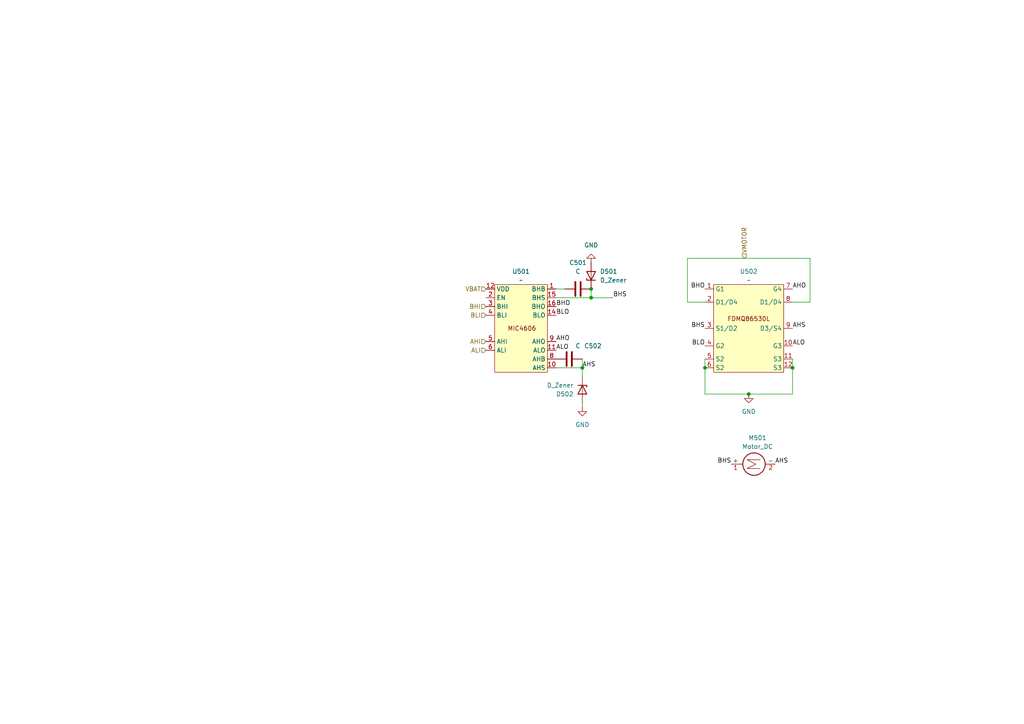
<source format=kicad_sch>
(kicad_sch (version 20231120) (generator "eeschema") (generator_version "8.0")
  (paper "A4")
  (lib_symbols
    (symbol "Device:C" (pin_numbers hide) (pin_names (offset 0.254))
      (property "Reference" "C" (at 0.635 2.54 0))
      (property "Value" "C" (at 0.635 -2.54 0))
      (symbol "C_0_1"
        (polyline (pts (xy -2.032 -0.762) (xy 2.032 -0.762)) (stroke (width 0.508)))
        (polyline (pts (xy -2.032 0.762) (xy 2.032 0.762)) (stroke (width 0.508)))
      )
      (symbol "C_1_1"
        (pin passive line (at 0 3.81 270) (length 2.794) (name "~") (number "1"))
        (pin passive line (at 0 -3.81 90) (length 2.794) (name "~") (number "2"))
      )
    )
    (symbol "Device:D_Zener" (pin_numbers hide) (pin_names (offset 1.016) hide)
      (property "Reference" "D" (at 0 2.54 0))
      (property "Value" "D_Zener" (at 0 -2.54 0))
      (symbol "D_Zener_0_1"
        (polyline (pts (xy 1.27 0) (xy -1.27 0)))
        (polyline (pts (xy -1.27 -1.27) (xy -1.27 1.27) (xy -0.762 1.27)) (stroke (width 0.254)))
        (polyline (pts (xy 1.27 -1.27) (xy 1.27 1.27) (xy -1.27 0) (xy 1.27 -1.27)) (stroke (width 0.254)))
      )
      (symbol "D_Zener_1_1"
        (pin passive line (at -3.81 0 0) (length 2.54) (name "K") (number "1"))
        (pin passive line (at 3.81 0 180) (length 2.54) (name "A") (number "2"))
      )
    )
    (symbol "Motor:Motor_DC" (pin_names (offset 0))
      (property "Reference" "M" (at 2.54 2.54 0))
      (property "Value" "Motor_DC" (at 2.54 -5.08 0))
      (symbol "Motor_DC_0_0"
        (polyline (pts (xy -1.27 -3.302) (xy -1.27 0.508) (xy 0 -2.032) (xy 1.27 0.508) (xy 1.27 -3.302)))
      )
      (symbol "Motor_DC_0_1"
        (circle (center 0 -1.524) (radius 3.2512) (stroke (width 0.254)))
        (polyline (pts (xy 0 -7.62) (xy 0 -7.112)))
        (polyline (pts (xy 0 -4.7752) (xy 0 -5.1816)))
        (polyline (pts (xy 0 1.7272) (xy 0 2.0828)))
        (polyline (pts (xy 0 2.032) (xy 0 2.54)))
      )
      (symbol "Motor_DC_1_1"
        (pin passive line (at 0 5.08 270) (length 2.54) (name "+") (number "1"))
        (pin passive line (at 0 -7.62 90) (length 2.54) (name "-") (number "2"))
      )
    )
    (symbol "makermotor:FDMQ86530L"
      (property "Reference" "U" (at 0 10.922 0))
      (symbol "FDMQ86530L_1_1"
        (rectangle (start -10.16 12.7) (end 10.16 -12.7) (fill (type background)))
        (text "FDMQ86530L\n" (at 0 2.794 0) (effects (font (size 1.27 1.27))))
        (pin input line (at -12.7 11.43 0) (length 2.54) (name "G1") (number "1"))
        (pin input line (at 12.7 -5.08 180) (length 2.54) (name "G3") (number "10"))
        (pin bidirectional line (at 12.7 -8.89 180) (length 2.54) (name "S3") (number "11"))
        (pin bidirectional line (at 12.7 -11.43 180) (length 2.54) (name "S3") (number "12"))
        (pin bidirectional line (at -12.7 7.62 0) (length 2.54) (name "D1/D4") (number "2"))
        (pin bidirectional line (at -12.7 0 0) (length 2.54) (name "S1/D2") (number "3"))
        (pin input line (at -12.7 -5.08 0) (length 2.54) (name "G2") (number "4"))
        (pin bidirectional line (at -12.7 -8.89 0) (length 2.54) (name "S2") (number "5"))
        (pin bidirectional line (at -12.7 -11.43 0) (length 2.54) (name "S2") (number "6"))
        (pin input line (at 12.7 11.43 180) (length 2.54) (name "G4") (number "7"))
        (pin bidirectional line (at 12.7 7.62 180) (length 2.54) (name "D1/D4") (number "8"))
        (pin bidirectional line (at 12.7 0 180) (length 2.54) (name "D3/S4") (number "9"))
      )
    )
    (symbol "makermotor:MIC4606"
      (property "Reference" "U501" (at 0 16.51 0))
      (property "Value" "~" (at 0 13.97 0))
      (symbol "MIC4606_1_1"
        (rectangle (start -7.62 12.7) (end 7.62 -12.7) (fill (type background)))
        (text "MIC4606" (at 0.254 0 0) (effects (font (size 1.27 1.27))))
        (pin bidirectional line (at 10.16 11.43 180) (length 2.54) (name "BHB") (number "1"))
        (pin bidirectional line (at 10.16 -11.43 180) (length 2.54) (name "AHS") (number "10"))
        (pin output line (at 10.16 -6.35 180) (length 2.54) (name "ALO") (number "11"))
        (pin power_in line (at -10.16 11.43 0) (length 2.54) (name "VDD") (number "12"))
        (pin output line (at 10.16 3.81 180) (length 2.54) (name "BLO") (number "14"))
        (pin bidirectional line (at 10.16 8.89 180) (length 2.54) (name "BHS") (number "15"))
        (pin output line (at 10.16 6.35 180) (length 2.54) (name "BHO") (number "16"))
        (pin power_in line (at -10.16 8.89 0) (length 2.54) (name "EN") (number "2"))
        (pin input line (at -10.16 6.35 0) (length 2.54) (name "BHI") (number "3"))
        (pin input line (at -10.16 3.81 0) (length 2.54) (name "BLI") (number "4"))
        (pin input line (at -10.16 -3.81 0) (length 2.54) (name "AHI") (number "5"))
        (pin input line (at -10.16 -6.35 0) (length 2.54) (name "ALI") (number "6"))
        (pin bidirectional line (at 10.16 -8.89 180) (length 2.54) (name "AHB") (number "8"))
        (pin output line (at 10.16 -3.81 180) (length 2.54) (name "AHO") (number "9"))
      )
    )
    (symbol "power:GND" (power) (pin_numbers hide) (pin_names (offset 0) hide)
      (property "Value" "GND" (at 0 -3.81 0))
      (symbol "GND_0_1"
        (polyline (pts (xy 0 0) (xy 0 -1.27) (xy 1.27 -1.27) (xy 0 -2.54) (xy -1.27 -1.27) (xy 0 -1.27)))
      )
      (symbol "GND_1_1"
        (pin power_in line (at 0 0 270) (length 0) (name "~") (number "1"))
      )
    )
  )
  (junction (at 168.91 106.68))
  (junction (at 229.87 106.68))
  (junction (at 171.45 86.36))
  (junction (at 204.47 106.68))
  (junction (at 217.17 114.3))
  (junction (at 171.45 83.82))
  (wire (pts (xy 204.47 114.3) (xy 217.17 114.3)))
  (wire (pts (xy 161.29 83.82) (xy 163.83 83.82)))
  (wire (pts (xy 161.29 106.68) (xy 168.91 106.68)))
  (wire (pts (xy 229.87 114.3) (xy 217.17 114.3)))
  (wire (pts (xy 199.39 74.93) (xy 199.39 87.63)))
  (wire (pts (xy 204.47 114.3) (xy 204.47 106.68)))
  (wire (pts (xy 234.95 74.93) (xy 234.95 87.63)))
  (wire (pts (xy 161.29 86.36) (xy 171.45 86.36)))
  (wire (pts (xy 168.91 106.68) (xy 168.91 104.14)))
  (wire (pts (xy 199.39 74.93) (xy 234.95 74.93)))
  (wire (pts (xy 204.47 87.63) (xy 199.39 87.63)))
  (wire (pts (xy 168.91 106.68) (xy 168.91 109.22)))
  (wire (pts (xy 229.87 104.14) (xy 229.87 106.68)))
  (wire (pts (xy 229.87 87.63) (xy 234.95 87.63)))
  (wire (pts (xy 171.45 86.36) (xy 177.8 86.36)))
  (wire (pts (xy 168.91 118.11) (xy 168.91 116.84)))
  (wire (pts (xy 171.45 86.36) (xy 171.45 83.82)))
  (wire (pts (xy 204.47 104.14) (xy 204.47 106.68)))
  (wire (pts (xy 229.87 106.68) (xy 229.87 114.3)))
  (label "BHO" (at 161.29 88.9 0))
  (label "AHO" (at 229.87 83.82 0))
  (label "BLO" (at 161.29 91.44 0))
  (label "BHS" (at 177.8 86.36 0))
  (label "BHO" (at 204.47 83.82 180))
  (label "BHS" (at 212.09 134.62 180))
  (label "AHO" (at 161.29 99.06 0))
  (label "AHS" (at 224.79 134.62 0))
  (label "ALO" (at 161.29 101.6 0))
  (label "BHS" (at 204.47 95.25 180))
  (label "BLO" (at 204.47 100.33 180))
  (label "AHS" (at 168.91 106.68 0))
  (label "AHS" (at 229.87 95.25 0))
  (label "ALO" (at 229.87 100.33 0))
  (hierarchical_label "AHI" (shape input) (at 140.97 99.06 180))
  (hierarchical_label "VMOTOR" (shape input) (at 215.9 74.93 90))
  (hierarchical_label "VBAT" (shape input) (at 140.97 83.82 180))
  (hierarchical_label "BHI" (shape input) (at 140.97 88.9 180))
  (hierarchical_label "ALI" (shape input) (at 140.97 101.6 180))
  (hierarchical_label "BLI" (shape input) (at 140.97 91.44 180))
  (symbol (lib_id "power:GND") (at 217.17 114.3 0) (unit 1)
    (property "Reference" "#PWR0502" (effects (hide yes)))
    (property "Value" "GND" (at 217.17 119.38 0))
    (property "Description" "Power symbol creates a global label with name \"GND\" , ground" (effects (hide yes)))
  )
  (symbol (lib_id "Device:D_Zener") (at 171.45 80.01 90) (unit 1)
    (property "Reference" "D501" (at 173.99 78.7399 90) (effects (justify right)))
    (property "Value" "D_Zener" (at 173.99 81.2799 90) (effects (justify right)))
    (property "Footprint" "Diode_SMD:D_0402_1005Metric" (effects (hide yes)))
    (property "Description" "Zener diode" (effects (hide yes)))
  )
  (symbol (lib_id "makermotor:MIC4606") (at 151.13 95.25 0) (unit 1)
    (property "Reference" "U501" (at 151.13 78.74 0))
    (property "Value" "~" (at 151.13 81.28 0))
    (property "Footprint" "Package_SO:TSSOP-16_4.4x5mm_P0.65mm" (effects (hide yes)))
  )
  (symbol (lib_id "Device:D_Zener") (at 168.91 113.03 270) (unit 1)
    (property "Reference" "D502" (at 166.37 114.3001 90) (effects (justify right)))
    (property "Value" "D_Zener" (at 166.37 111.7601 90) (effects (justify right)))
    (property "Footprint" "Diode_SMD:D_0402_1005Metric" (effects (hide yes)))
    (property "Description" "Zener diode" (effects (hide yes)))
  )
  (symbol (lib_id "Motor:Motor_DC") (at 217.17 134.62 90) (unit 1)
    (property "Reference" "M501" (at 219.71 127 90))
    (property "Value" "Motor_DC" (at 219.71 129.54 90))
    (property "Footprint" "Connector_PinHeader_1.27mm:PinHeader_1x02_P1.27mm_Vertical" (effects (hide yes)))
    (property "Description" "DC Motor" (effects (hide yes)))
  )
  (symbol (lib_id "Device:C") (at 165.1 104.14 90) (unit 1)
    (property "Reference" "C502" (at 171.958 100.33 90))
    (property "Value" "C" (at 167.64 100.33 90))
    (property "Footprint" "Capacitor_SMD:C_0402_1005Metric" (effects (hide yes)))
    (property "Description" "Unpolarized capacitor" (effects (hide yes)))
  )
  (symbol (lib_id "makermotor:FDMQ86530L") (at 217.17 95.25 0) (unit 1)
    (property "Reference" "U502" (at 217.17 78.74 0))
    (property "Value" "~" (at 217.17 81.28 0))
    (property "Footprint" "FDMQ86530L:MLP_4P5X5_ONS-L" (effects (hide yes)))
  )
  (symbol (lib_id "power:GND") (at 168.91 118.11 0) (unit 1)
    (property "Reference" "#PWR0503" (effects (hide yes)))
    (property "Value" "GND" (at 168.91 123.19 0))
    (property "Description" "Power symbol creates a global label with name \"GND\" , ground" (effects (hide yes)))
  )
  (symbol (lib_id "Device:C") (at 167.64 83.82 90) (unit 1)
    (property "Reference" "C501" (at 167.64 76.2 90))
    (property "Value" "C" (at 167.64 78.74 90))
    (property "Footprint" "Capacitor_SMD:C_0402_1005Metric" (effects (hide yes)))
    (property "Description" "Unpolarized capacitor" (effects (hide yes)))
  )
  (symbol (lib_id "power:GND") (at 171.45 76.2 180) (unit 1)
    (property "Reference" "#PWR0501" (effects (hide yes)))
    (property "Value" "GND" (at 171.45 71.12 0))
    (property "Description" "Power symbol creates a global label with name \"GND\" , ground" (effects (hide yes)))
  )
)
</source>
